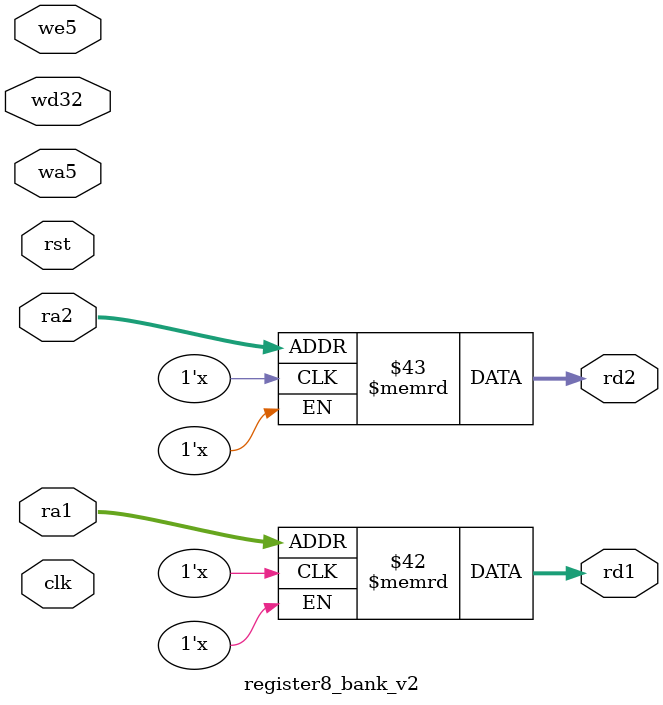
<source format=sv>
/* verilator lint_off DECLFILENAME */
`timescale 1ns/1ps
module register8_bank_v2(
    input logic clk, rst, we5,
    input logic [2:0]wa5,
    input logic [2:0]ra1, ra2,
    input logic [7:0]wd32,
    output logic [7:0] rd1, rd2

);

logic [7:0]X_in_word [7:0]; // Eight 8-bit arrays in a UNPACKED way a.k.a not in a contiguous interval of memory;
logic [7:0]X_out_word [7:0]; // Eight 8-bit arrays in a UNPACKED way a.k.a not in a contiguous interval of memory;

genvar i;
generate
    for(i=0; i<8; i=i+1) begin
        register8 X(.clk(clk), .reset(1'b1), .in_word(X_in_word[i]), .out_word(X_out_word[i]));
    end
endgenerate

always_ff @(posedge clk) begin
    if(~rst) begin
            int ind;
            for(ind=0; ind<8; ind=ind+1) begin
                X_in_word[ind] <= 8'b0;
            end
    end
     
    else if(we5) begin
        X_in_word[wa5] <= wd32;
    end
end


always_comb 
begin
    rd1 = X_out_word[ra1];
    rd2 = X_out_word[ra2];
end



endmodule

</source>
